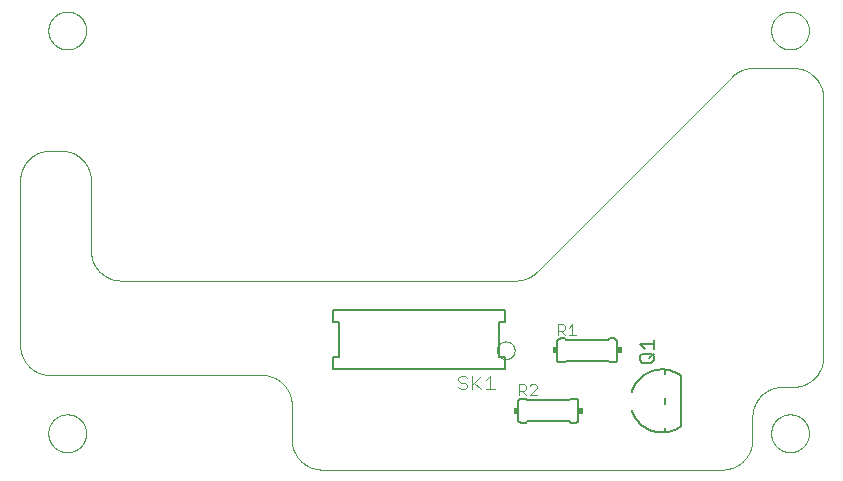
<source format=gto>
G75*
%MOIN*%
%OFA0B0*%
%FSLAX25Y25*%
%IPPOS*%
%LPD*%
%AMOC8*
5,1,8,0,0,1.08239X$1,22.5*
%
%ADD10C,0.00000*%
%ADD11C,0.00600*%
%ADD12C,0.00500*%
%ADD13C,0.00400*%
%ADD14R,0.01500X0.02000*%
D10*
X0010410Y0013087D02*
X0010412Y0013245D01*
X0010418Y0013403D01*
X0010428Y0013561D01*
X0010442Y0013719D01*
X0010460Y0013876D01*
X0010481Y0014033D01*
X0010507Y0014189D01*
X0010537Y0014345D01*
X0010570Y0014500D01*
X0010608Y0014653D01*
X0010649Y0014806D01*
X0010694Y0014958D01*
X0010743Y0015109D01*
X0010796Y0015258D01*
X0010852Y0015406D01*
X0010912Y0015552D01*
X0010976Y0015697D01*
X0011044Y0015840D01*
X0011115Y0015982D01*
X0011189Y0016122D01*
X0011267Y0016259D01*
X0011349Y0016395D01*
X0011433Y0016529D01*
X0011522Y0016660D01*
X0011613Y0016789D01*
X0011708Y0016916D01*
X0011805Y0017041D01*
X0011906Y0017163D01*
X0012010Y0017282D01*
X0012117Y0017399D01*
X0012227Y0017513D01*
X0012340Y0017624D01*
X0012455Y0017733D01*
X0012573Y0017838D01*
X0012694Y0017940D01*
X0012817Y0018040D01*
X0012943Y0018136D01*
X0013071Y0018229D01*
X0013201Y0018319D01*
X0013334Y0018405D01*
X0013469Y0018489D01*
X0013605Y0018568D01*
X0013744Y0018645D01*
X0013885Y0018717D01*
X0014027Y0018787D01*
X0014171Y0018852D01*
X0014317Y0018914D01*
X0014464Y0018972D01*
X0014613Y0019027D01*
X0014763Y0019078D01*
X0014914Y0019125D01*
X0015066Y0019168D01*
X0015219Y0019207D01*
X0015374Y0019243D01*
X0015529Y0019274D01*
X0015685Y0019302D01*
X0015841Y0019326D01*
X0015998Y0019346D01*
X0016156Y0019362D01*
X0016313Y0019374D01*
X0016472Y0019382D01*
X0016630Y0019386D01*
X0016788Y0019386D01*
X0016946Y0019382D01*
X0017105Y0019374D01*
X0017262Y0019362D01*
X0017420Y0019346D01*
X0017577Y0019326D01*
X0017733Y0019302D01*
X0017889Y0019274D01*
X0018044Y0019243D01*
X0018199Y0019207D01*
X0018352Y0019168D01*
X0018504Y0019125D01*
X0018655Y0019078D01*
X0018805Y0019027D01*
X0018954Y0018972D01*
X0019101Y0018914D01*
X0019247Y0018852D01*
X0019391Y0018787D01*
X0019533Y0018717D01*
X0019674Y0018645D01*
X0019813Y0018568D01*
X0019949Y0018489D01*
X0020084Y0018405D01*
X0020217Y0018319D01*
X0020347Y0018229D01*
X0020475Y0018136D01*
X0020601Y0018040D01*
X0020724Y0017940D01*
X0020845Y0017838D01*
X0020963Y0017733D01*
X0021078Y0017624D01*
X0021191Y0017513D01*
X0021301Y0017399D01*
X0021408Y0017282D01*
X0021512Y0017163D01*
X0021613Y0017041D01*
X0021710Y0016916D01*
X0021805Y0016789D01*
X0021896Y0016660D01*
X0021985Y0016529D01*
X0022069Y0016395D01*
X0022151Y0016259D01*
X0022229Y0016122D01*
X0022303Y0015982D01*
X0022374Y0015840D01*
X0022442Y0015697D01*
X0022506Y0015552D01*
X0022566Y0015406D01*
X0022622Y0015258D01*
X0022675Y0015109D01*
X0022724Y0014958D01*
X0022769Y0014806D01*
X0022810Y0014653D01*
X0022848Y0014500D01*
X0022881Y0014345D01*
X0022911Y0014189D01*
X0022937Y0014033D01*
X0022958Y0013876D01*
X0022976Y0013719D01*
X0022990Y0013561D01*
X0023000Y0013403D01*
X0023006Y0013245D01*
X0023008Y0013087D01*
X0023006Y0012929D01*
X0023000Y0012771D01*
X0022990Y0012613D01*
X0022976Y0012455D01*
X0022958Y0012298D01*
X0022937Y0012141D01*
X0022911Y0011985D01*
X0022881Y0011829D01*
X0022848Y0011674D01*
X0022810Y0011521D01*
X0022769Y0011368D01*
X0022724Y0011216D01*
X0022675Y0011065D01*
X0022622Y0010916D01*
X0022566Y0010768D01*
X0022506Y0010622D01*
X0022442Y0010477D01*
X0022374Y0010334D01*
X0022303Y0010192D01*
X0022229Y0010052D01*
X0022151Y0009915D01*
X0022069Y0009779D01*
X0021985Y0009645D01*
X0021896Y0009514D01*
X0021805Y0009385D01*
X0021710Y0009258D01*
X0021613Y0009133D01*
X0021512Y0009011D01*
X0021408Y0008892D01*
X0021301Y0008775D01*
X0021191Y0008661D01*
X0021078Y0008550D01*
X0020963Y0008441D01*
X0020845Y0008336D01*
X0020724Y0008234D01*
X0020601Y0008134D01*
X0020475Y0008038D01*
X0020347Y0007945D01*
X0020217Y0007855D01*
X0020084Y0007769D01*
X0019949Y0007685D01*
X0019813Y0007606D01*
X0019674Y0007529D01*
X0019533Y0007457D01*
X0019391Y0007387D01*
X0019247Y0007322D01*
X0019101Y0007260D01*
X0018954Y0007202D01*
X0018805Y0007147D01*
X0018655Y0007096D01*
X0018504Y0007049D01*
X0018352Y0007006D01*
X0018199Y0006967D01*
X0018044Y0006931D01*
X0017889Y0006900D01*
X0017733Y0006872D01*
X0017577Y0006848D01*
X0017420Y0006828D01*
X0017262Y0006812D01*
X0017105Y0006800D01*
X0016946Y0006792D01*
X0016788Y0006788D01*
X0016630Y0006788D01*
X0016472Y0006792D01*
X0016313Y0006800D01*
X0016156Y0006812D01*
X0015998Y0006828D01*
X0015841Y0006848D01*
X0015685Y0006872D01*
X0015529Y0006900D01*
X0015374Y0006931D01*
X0015219Y0006967D01*
X0015066Y0007006D01*
X0014914Y0007049D01*
X0014763Y0007096D01*
X0014613Y0007147D01*
X0014464Y0007202D01*
X0014317Y0007260D01*
X0014171Y0007322D01*
X0014027Y0007387D01*
X0013885Y0007457D01*
X0013744Y0007529D01*
X0013605Y0007606D01*
X0013469Y0007685D01*
X0013334Y0007769D01*
X0013201Y0007855D01*
X0013071Y0007945D01*
X0012943Y0008038D01*
X0012817Y0008134D01*
X0012694Y0008234D01*
X0012573Y0008336D01*
X0012455Y0008441D01*
X0012340Y0008550D01*
X0012227Y0008661D01*
X0012117Y0008775D01*
X0012010Y0008892D01*
X0011906Y0009011D01*
X0011805Y0009133D01*
X0011708Y0009258D01*
X0011613Y0009385D01*
X0011522Y0009514D01*
X0011433Y0009645D01*
X0011349Y0009779D01*
X0011267Y0009915D01*
X0011189Y0010052D01*
X0011115Y0010192D01*
X0011044Y0010334D01*
X0010976Y0010477D01*
X0010912Y0010622D01*
X0010852Y0010768D01*
X0010796Y0010916D01*
X0010743Y0011065D01*
X0010694Y0011216D01*
X0010649Y0011368D01*
X0010608Y0011521D01*
X0010570Y0011674D01*
X0010537Y0011829D01*
X0010507Y0011985D01*
X0010481Y0012141D01*
X0010460Y0012298D01*
X0010442Y0012455D01*
X0010428Y0012613D01*
X0010418Y0012771D01*
X0010412Y0012929D01*
X0010410Y0013087D01*
X0011000Y0032496D02*
X0081551Y0032496D01*
X0081793Y0032493D01*
X0082034Y0032484D01*
X0082275Y0032470D01*
X0082516Y0032449D01*
X0082756Y0032423D01*
X0082996Y0032391D01*
X0083235Y0032353D01*
X0083472Y0032310D01*
X0083709Y0032260D01*
X0083944Y0032205D01*
X0084178Y0032145D01*
X0084410Y0032078D01*
X0084641Y0032007D01*
X0084870Y0031929D01*
X0085097Y0031846D01*
X0085322Y0031758D01*
X0085545Y0031664D01*
X0085765Y0031565D01*
X0085983Y0031460D01*
X0086198Y0031351D01*
X0086411Y0031236D01*
X0086621Y0031116D01*
X0086827Y0030991D01*
X0087031Y0030861D01*
X0087232Y0030726D01*
X0087429Y0030586D01*
X0087623Y0030442D01*
X0087813Y0030293D01*
X0087999Y0030139D01*
X0088182Y0029981D01*
X0088361Y0029819D01*
X0088536Y0029652D01*
X0088707Y0029481D01*
X0088874Y0029306D01*
X0089036Y0029127D01*
X0089194Y0028944D01*
X0089348Y0028758D01*
X0089497Y0028568D01*
X0089641Y0028374D01*
X0089781Y0028177D01*
X0089916Y0027976D01*
X0090046Y0027772D01*
X0090171Y0027566D01*
X0090291Y0027356D01*
X0090406Y0027143D01*
X0090515Y0026928D01*
X0090620Y0026710D01*
X0090719Y0026490D01*
X0090813Y0026267D01*
X0090901Y0026042D01*
X0090984Y0025815D01*
X0091062Y0025586D01*
X0091133Y0025355D01*
X0091200Y0025123D01*
X0091260Y0024889D01*
X0091315Y0024654D01*
X0091365Y0024417D01*
X0091408Y0024180D01*
X0091446Y0023941D01*
X0091478Y0023701D01*
X0091504Y0023461D01*
X0091525Y0023220D01*
X0091539Y0022979D01*
X0091548Y0022738D01*
X0091551Y0022496D01*
X0091551Y0011000D01*
X0091554Y0010758D01*
X0091563Y0010517D01*
X0091577Y0010276D01*
X0091598Y0010035D01*
X0091624Y0009795D01*
X0091656Y0009555D01*
X0091694Y0009316D01*
X0091737Y0009079D01*
X0091787Y0008842D01*
X0091842Y0008607D01*
X0091902Y0008373D01*
X0091969Y0008141D01*
X0092040Y0007910D01*
X0092118Y0007681D01*
X0092201Y0007454D01*
X0092289Y0007229D01*
X0092383Y0007006D01*
X0092482Y0006786D01*
X0092587Y0006568D01*
X0092696Y0006353D01*
X0092811Y0006140D01*
X0092931Y0005930D01*
X0093056Y0005724D01*
X0093186Y0005520D01*
X0093321Y0005319D01*
X0093461Y0005122D01*
X0093605Y0004928D01*
X0093754Y0004738D01*
X0093908Y0004552D01*
X0094066Y0004369D01*
X0094228Y0004190D01*
X0094395Y0004015D01*
X0094566Y0003844D01*
X0094741Y0003677D01*
X0094920Y0003515D01*
X0095103Y0003357D01*
X0095289Y0003203D01*
X0095479Y0003054D01*
X0095673Y0002910D01*
X0095870Y0002770D01*
X0096071Y0002635D01*
X0096275Y0002505D01*
X0096481Y0002380D01*
X0096691Y0002260D01*
X0096904Y0002145D01*
X0097119Y0002036D01*
X0097337Y0001931D01*
X0097557Y0001832D01*
X0097780Y0001738D01*
X0098005Y0001650D01*
X0098232Y0001567D01*
X0098461Y0001489D01*
X0098692Y0001418D01*
X0098924Y0001351D01*
X0099158Y0001291D01*
X0099393Y0001236D01*
X0099630Y0001186D01*
X0099867Y0001143D01*
X0100106Y0001105D01*
X0100346Y0001073D01*
X0100586Y0001047D01*
X0100827Y0001026D01*
X0101068Y0001012D01*
X0101309Y0001003D01*
X0101551Y0001000D01*
X0235094Y0001000D01*
X0235336Y0001003D01*
X0235577Y0001012D01*
X0235818Y0001026D01*
X0236059Y0001047D01*
X0236299Y0001073D01*
X0236539Y0001105D01*
X0236778Y0001143D01*
X0237015Y0001186D01*
X0237252Y0001236D01*
X0237487Y0001291D01*
X0237721Y0001351D01*
X0237953Y0001418D01*
X0238184Y0001489D01*
X0238413Y0001567D01*
X0238640Y0001650D01*
X0238865Y0001738D01*
X0239088Y0001832D01*
X0239308Y0001931D01*
X0239526Y0002036D01*
X0239741Y0002145D01*
X0239954Y0002260D01*
X0240164Y0002380D01*
X0240370Y0002505D01*
X0240574Y0002635D01*
X0240775Y0002770D01*
X0240972Y0002910D01*
X0241166Y0003054D01*
X0241356Y0003203D01*
X0241542Y0003357D01*
X0241725Y0003515D01*
X0241904Y0003677D01*
X0242079Y0003844D01*
X0242250Y0004015D01*
X0242417Y0004190D01*
X0242579Y0004369D01*
X0242737Y0004552D01*
X0242891Y0004738D01*
X0243040Y0004928D01*
X0243184Y0005122D01*
X0243324Y0005319D01*
X0243459Y0005520D01*
X0243589Y0005724D01*
X0243714Y0005930D01*
X0243834Y0006140D01*
X0243949Y0006353D01*
X0244058Y0006568D01*
X0244163Y0006786D01*
X0244262Y0007006D01*
X0244356Y0007229D01*
X0244444Y0007454D01*
X0244527Y0007681D01*
X0244605Y0007910D01*
X0244676Y0008141D01*
X0244743Y0008373D01*
X0244803Y0008607D01*
X0244858Y0008842D01*
X0244908Y0009079D01*
X0244951Y0009316D01*
X0244989Y0009555D01*
X0245021Y0009795D01*
X0245047Y0010035D01*
X0245068Y0010276D01*
X0245082Y0010517D01*
X0245091Y0010758D01*
X0245094Y0011000D01*
X0245094Y0018559D01*
X0245097Y0018801D01*
X0245106Y0019042D01*
X0245120Y0019283D01*
X0245141Y0019524D01*
X0245167Y0019764D01*
X0245199Y0020004D01*
X0245237Y0020243D01*
X0245280Y0020480D01*
X0245330Y0020717D01*
X0245385Y0020952D01*
X0245445Y0021186D01*
X0245512Y0021418D01*
X0245583Y0021649D01*
X0245661Y0021878D01*
X0245744Y0022105D01*
X0245832Y0022330D01*
X0245926Y0022553D01*
X0246025Y0022773D01*
X0246130Y0022991D01*
X0246239Y0023206D01*
X0246354Y0023419D01*
X0246474Y0023629D01*
X0246599Y0023835D01*
X0246729Y0024039D01*
X0246864Y0024240D01*
X0247004Y0024437D01*
X0247148Y0024631D01*
X0247297Y0024821D01*
X0247451Y0025007D01*
X0247609Y0025190D01*
X0247771Y0025369D01*
X0247938Y0025544D01*
X0248109Y0025715D01*
X0248284Y0025882D01*
X0248463Y0026044D01*
X0248646Y0026202D01*
X0248832Y0026356D01*
X0249022Y0026505D01*
X0249216Y0026649D01*
X0249413Y0026789D01*
X0249614Y0026924D01*
X0249818Y0027054D01*
X0250024Y0027179D01*
X0250234Y0027299D01*
X0250447Y0027414D01*
X0250662Y0027523D01*
X0250880Y0027628D01*
X0251100Y0027727D01*
X0251323Y0027821D01*
X0251548Y0027909D01*
X0251775Y0027992D01*
X0252004Y0028070D01*
X0252235Y0028141D01*
X0252467Y0028208D01*
X0252701Y0028268D01*
X0252936Y0028323D01*
X0253173Y0028373D01*
X0253410Y0028416D01*
X0253649Y0028454D01*
X0253889Y0028486D01*
X0254129Y0028512D01*
X0254370Y0028533D01*
X0254611Y0028547D01*
X0254852Y0028556D01*
X0255094Y0028559D01*
X0258717Y0028559D01*
X0258959Y0028562D01*
X0259200Y0028571D01*
X0259441Y0028585D01*
X0259682Y0028606D01*
X0259922Y0028632D01*
X0260162Y0028664D01*
X0260401Y0028702D01*
X0260638Y0028745D01*
X0260875Y0028795D01*
X0261110Y0028850D01*
X0261344Y0028910D01*
X0261576Y0028977D01*
X0261807Y0029048D01*
X0262036Y0029126D01*
X0262263Y0029209D01*
X0262488Y0029297D01*
X0262711Y0029391D01*
X0262931Y0029490D01*
X0263149Y0029595D01*
X0263364Y0029704D01*
X0263577Y0029819D01*
X0263787Y0029939D01*
X0263993Y0030064D01*
X0264197Y0030194D01*
X0264398Y0030329D01*
X0264595Y0030469D01*
X0264789Y0030613D01*
X0264979Y0030762D01*
X0265165Y0030916D01*
X0265348Y0031074D01*
X0265527Y0031236D01*
X0265702Y0031403D01*
X0265873Y0031574D01*
X0266040Y0031749D01*
X0266202Y0031928D01*
X0266360Y0032111D01*
X0266514Y0032297D01*
X0266663Y0032487D01*
X0266807Y0032681D01*
X0266947Y0032878D01*
X0267082Y0033079D01*
X0267212Y0033283D01*
X0267337Y0033489D01*
X0267457Y0033699D01*
X0267572Y0033912D01*
X0267681Y0034127D01*
X0267786Y0034345D01*
X0267885Y0034565D01*
X0267979Y0034788D01*
X0268067Y0035013D01*
X0268150Y0035240D01*
X0268228Y0035469D01*
X0268299Y0035700D01*
X0268366Y0035932D01*
X0268426Y0036166D01*
X0268481Y0036401D01*
X0268531Y0036638D01*
X0268574Y0036875D01*
X0268612Y0037114D01*
X0268644Y0037354D01*
X0268670Y0037594D01*
X0268691Y0037835D01*
X0268705Y0038076D01*
X0268714Y0038317D01*
X0268717Y0038559D01*
X0268717Y0124858D01*
X0268714Y0125100D01*
X0268705Y0125341D01*
X0268691Y0125582D01*
X0268670Y0125823D01*
X0268644Y0126063D01*
X0268612Y0126303D01*
X0268574Y0126542D01*
X0268531Y0126779D01*
X0268481Y0127016D01*
X0268426Y0127251D01*
X0268366Y0127485D01*
X0268299Y0127717D01*
X0268228Y0127948D01*
X0268150Y0128177D01*
X0268067Y0128404D01*
X0267979Y0128629D01*
X0267885Y0128852D01*
X0267786Y0129072D01*
X0267681Y0129290D01*
X0267572Y0129505D01*
X0267457Y0129718D01*
X0267337Y0129928D01*
X0267212Y0130134D01*
X0267082Y0130338D01*
X0266947Y0130539D01*
X0266807Y0130736D01*
X0266663Y0130930D01*
X0266514Y0131120D01*
X0266360Y0131306D01*
X0266202Y0131489D01*
X0266040Y0131668D01*
X0265873Y0131843D01*
X0265702Y0132014D01*
X0265527Y0132181D01*
X0265348Y0132343D01*
X0265165Y0132501D01*
X0264979Y0132655D01*
X0264789Y0132804D01*
X0264595Y0132948D01*
X0264398Y0133088D01*
X0264197Y0133223D01*
X0263993Y0133353D01*
X0263787Y0133478D01*
X0263577Y0133598D01*
X0263364Y0133713D01*
X0263149Y0133822D01*
X0262931Y0133927D01*
X0262711Y0134026D01*
X0262488Y0134120D01*
X0262263Y0134208D01*
X0262036Y0134291D01*
X0261807Y0134369D01*
X0261576Y0134440D01*
X0261344Y0134507D01*
X0261110Y0134567D01*
X0260875Y0134622D01*
X0260638Y0134672D01*
X0260401Y0134715D01*
X0260162Y0134753D01*
X0259922Y0134785D01*
X0259682Y0134811D01*
X0259441Y0134832D01*
X0259200Y0134846D01*
X0258959Y0134855D01*
X0258717Y0134858D01*
X0245300Y0134858D01*
X0238229Y0131929D02*
X0173220Y0066921D01*
X0166149Y0063992D02*
X0034622Y0063992D01*
X0034380Y0063995D01*
X0034139Y0064004D01*
X0033898Y0064018D01*
X0033657Y0064039D01*
X0033417Y0064065D01*
X0033177Y0064097D01*
X0032938Y0064135D01*
X0032701Y0064178D01*
X0032464Y0064228D01*
X0032229Y0064283D01*
X0031995Y0064343D01*
X0031763Y0064410D01*
X0031532Y0064481D01*
X0031303Y0064559D01*
X0031076Y0064642D01*
X0030851Y0064730D01*
X0030628Y0064824D01*
X0030408Y0064923D01*
X0030190Y0065028D01*
X0029975Y0065137D01*
X0029762Y0065252D01*
X0029552Y0065372D01*
X0029346Y0065497D01*
X0029142Y0065627D01*
X0028941Y0065762D01*
X0028744Y0065902D01*
X0028550Y0066046D01*
X0028360Y0066195D01*
X0028174Y0066349D01*
X0027991Y0066507D01*
X0027812Y0066669D01*
X0027637Y0066836D01*
X0027466Y0067007D01*
X0027299Y0067182D01*
X0027137Y0067361D01*
X0026979Y0067544D01*
X0026825Y0067730D01*
X0026676Y0067920D01*
X0026532Y0068114D01*
X0026392Y0068311D01*
X0026257Y0068512D01*
X0026127Y0068716D01*
X0026002Y0068922D01*
X0025882Y0069132D01*
X0025767Y0069345D01*
X0025658Y0069560D01*
X0025553Y0069778D01*
X0025454Y0069998D01*
X0025360Y0070221D01*
X0025272Y0070446D01*
X0025189Y0070673D01*
X0025111Y0070902D01*
X0025040Y0071133D01*
X0024973Y0071365D01*
X0024913Y0071599D01*
X0024858Y0071834D01*
X0024808Y0072071D01*
X0024765Y0072308D01*
X0024727Y0072547D01*
X0024695Y0072787D01*
X0024669Y0073027D01*
X0024648Y0073268D01*
X0024634Y0073509D01*
X0024625Y0073750D01*
X0024622Y0073992D01*
X0024622Y0097299D01*
X0024619Y0097541D01*
X0024610Y0097782D01*
X0024596Y0098023D01*
X0024575Y0098264D01*
X0024549Y0098504D01*
X0024517Y0098744D01*
X0024479Y0098983D01*
X0024436Y0099220D01*
X0024386Y0099457D01*
X0024331Y0099692D01*
X0024271Y0099926D01*
X0024204Y0100158D01*
X0024133Y0100389D01*
X0024055Y0100618D01*
X0023972Y0100845D01*
X0023884Y0101070D01*
X0023790Y0101293D01*
X0023691Y0101513D01*
X0023586Y0101731D01*
X0023477Y0101946D01*
X0023362Y0102159D01*
X0023242Y0102369D01*
X0023117Y0102575D01*
X0022987Y0102779D01*
X0022852Y0102980D01*
X0022712Y0103177D01*
X0022568Y0103371D01*
X0022419Y0103561D01*
X0022265Y0103747D01*
X0022107Y0103930D01*
X0021945Y0104109D01*
X0021778Y0104284D01*
X0021607Y0104455D01*
X0021432Y0104622D01*
X0021253Y0104784D01*
X0021070Y0104942D01*
X0020884Y0105096D01*
X0020694Y0105245D01*
X0020500Y0105389D01*
X0020303Y0105529D01*
X0020102Y0105664D01*
X0019898Y0105794D01*
X0019692Y0105919D01*
X0019482Y0106039D01*
X0019269Y0106154D01*
X0019054Y0106263D01*
X0018836Y0106368D01*
X0018616Y0106467D01*
X0018393Y0106561D01*
X0018168Y0106649D01*
X0017941Y0106732D01*
X0017712Y0106810D01*
X0017481Y0106881D01*
X0017249Y0106948D01*
X0017015Y0107008D01*
X0016780Y0107063D01*
X0016543Y0107113D01*
X0016306Y0107156D01*
X0016067Y0107194D01*
X0015827Y0107226D01*
X0015587Y0107252D01*
X0015346Y0107273D01*
X0015105Y0107287D01*
X0014864Y0107296D01*
X0014622Y0107299D01*
X0011000Y0107299D01*
X0010758Y0107296D01*
X0010517Y0107287D01*
X0010276Y0107273D01*
X0010035Y0107252D01*
X0009795Y0107226D01*
X0009555Y0107194D01*
X0009316Y0107156D01*
X0009079Y0107113D01*
X0008842Y0107063D01*
X0008607Y0107008D01*
X0008373Y0106948D01*
X0008141Y0106881D01*
X0007910Y0106810D01*
X0007681Y0106732D01*
X0007454Y0106649D01*
X0007229Y0106561D01*
X0007006Y0106467D01*
X0006786Y0106368D01*
X0006568Y0106263D01*
X0006353Y0106154D01*
X0006140Y0106039D01*
X0005930Y0105919D01*
X0005724Y0105794D01*
X0005520Y0105664D01*
X0005319Y0105529D01*
X0005122Y0105389D01*
X0004928Y0105245D01*
X0004738Y0105096D01*
X0004552Y0104942D01*
X0004369Y0104784D01*
X0004190Y0104622D01*
X0004015Y0104455D01*
X0003844Y0104284D01*
X0003677Y0104109D01*
X0003515Y0103930D01*
X0003357Y0103747D01*
X0003203Y0103561D01*
X0003054Y0103371D01*
X0002910Y0103177D01*
X0002770Y0102980D01*
X0002635Y0102779D01*
X0002505Y0102575D01*
X0002380Y0102369D01*
X0002260Y0102159D01*
X0002145Y0101946D01*
X0002036Y0101731D01*
X0001931Y0101513D01*
X0001832Y0101293D01*
X0001738Y0101070D01*
X0001650Y0100845D01*
X0001567Y0100618D01*
X0001489Y0100389D01*
X0001418Y0100158D01*
X0001351Y0099926D01*
X0001291Y0099692D01*
X0001236Y0099457D01*
X0001186Y0099220D01*
X0001143Y0098983D01*
X0001105Y0098744D01*
X0001073Y0098504D01*
X0001047Y0098264D01*
X0001026Y0098023D01*
X0001012Y0097782D01*
X0001003Y0097541D01*
X0001000Y0097299D01*
X0001000Y0042496D01*
X0001003Y0042254D01*
X0001012Y0042013D01*
X0001026Y0041772D01*
X0001047Y0041531D01*
X0001073Y0041291D01*
X0001105Y0041051D01*
X0001143Y0040812D01*
X0001186Y0040575D01*
X0001236Y0040338D01*
X0001291Y0040103D01*
X0001351Y0039869D01*
X0001418Y0039637D01*
X0001489Y0039406D01*
X0001567Y0039177D01*
X0001650Y0038950D01*
X0001738Y0038725D01*
X0001832Y0038502D01*
X0001931Y0038282D01*
X0002036Y0038064D01*
X0002145Y0037849D01*
X0002260Y0037636D01*
X0002380Y0037426D01*
X0002505Y0037220D01*
X0002635Y0037016D01*
X0002770Y0036815D01*
X0002910Y0036618D01*
X0003054Y0036424D01*
X0003203Y0036234D01*
X0003357Y0036048D01*
X0003515Y0035865D01*
X0003677Y0035686D01*
X0003844Y0035511D01*
X0004015Y0035340D01*
X0004190Y0035173D01*
X0004369Y0035011D01*
X0004552Y0034853D01*
X0004738Y0034699D01*
X0004928Y0034550D01*
X0005122Y0034406D01*
X0005319Y0034266D01*
X0005520Y0034131D01*
X0005724Y0034001D01*
X0005930Y0033876D01*
X0006140Y0033756D01*
X0006353Y0033641D01*
X0006568Y0033532D01*
X0006786Y0033427D01*
X0007006Y0033328D01*
X0007229Y0033234D01*
X0007454Y0033146D01*
X0007681Y0033063D01*
X0007910Y0032985D01*
X0008141Y0032914D01*
X0008373Y0032847D01*
X0008607Y0032787D01*
X0008842Y0032732D01*
X0009079Y0032682D01*
X0009316Y0032639D01*
X0009555Y0032601D01*
X0009795Y0032569D01*
X0010035Y0032543D01*
X0010276Y0032522D01*
X0010517Y0032508D01*
X0010758Y0032499D01*
X0011000Y0032496D01*
X0159937Y0040744D02*
X0159939Y0040852D01*
X0159945Y0040961D01*
X0159955Y0041069D01*
X0159969Y0041176D01*
X0159987Y0041283D01*
X0160008Y0041390D01*
X0160034Y0041495D01*
X0160064Y0041600D01*
X0160097Y0041703D01*
X0160134Y0041805D01*
X0160175Y0041905D01*
X0160219Y0042004D01*
X0160268Y0042102D01*
X0160319Y0042197D01*
X0160374Y0042290D01*
X0160433Y0042382D01*
X0160495Y0042471D01*
X0160560Y0042558D01*
X0160628Y0042642D01*
X0160699Y0042724D01*
X0160773Y0042803D01*
X0160850Y0042879D01*
X0160930Y0042953D01*
X0161013Y0043023D01*
X0161098Y0043091D01*
X0161185Y0043155D01*
X0161275Y0043216D01*
X0161367Y0043274D01*
X0161461Y0043328D01*
X0161557Y0043379D01*
X0161654Y0043426D01*
X0161754Y0043470D01*
X0161855Y0043510D01*
X0161957Y0043546D01*
X0162060Y0043578D01*
X0162165Y0043607D01*
X0162271Y0043631D01*
X0162377Y0043652D01*
X0162484Y0043669D01*
X0162592Y0043682D01*
X0162700Y0043691D01*
X0162809Y0043696D01*
X0162917Y0043697D01*
X0163026Y0043694D01*
X0163134Y0043687D01*
X0163242Y0043676D01*
X0163349Y0043661D01*
X0163456Y0043642D01*
X0163562Y0043619D01*
X0163667Y0043593D01*
X0163772Y0043562D01*
X0163874Y0043528D01*
X0163976Y0043490D01*
X0164076Y0043448D01*
X0164175Y0043403D01*
X0164272Y0043354D01*
X0164366Y0043301D01*
X0164459Y0043245D01*
X0164550Y0043186D01*
X0164639Y0043123D01*
X0164725Y0043058D01*
X0164809Y0042989D01*
X0164890Y0042917D01*
X0164968Y0042842D01*
X0165044Y0042764D01*
X0165117Y0042683D01*
X0165187Y0042600D01*
X0165253Y0042515D01*
X0165317Y0042427D01*
X0165377Y0042336D01*
X0165434Y0042244D01*
X0165487Y0042149D01*
X0165537Y0042053D01*
X0165583Y0041955D01*
X0165626Y0041855D01*
X0165665Y0041754D01*
X0165700Y0041651D01*
X0165732Y0041548D01*
X0165759Y0041443D01*
X0165783Y0041337D01*
X0165803Y0041230D01*
X0165819Y0041123D01*
X0165831Y0041015D01*
X0165839Y0040907D01*
X0165843Y0040798D01*
X0165843Y0040690D01*
X0165839Y0040581D01*
X0165831Y0040473D01*
X0165819Y0040365D01*
X0165803Y0040258D01*
X0165783Y0040151D01*
X0165759Y0040045D01*
X0165732Y0039940D01*
X0165700Y0039837D01*
X0165665Y0039734D01*
X0165626Y0039633D01*
X0165583Y0039533D01*
X0165537Y0039435D01*
X0165487Y0039339D01*
X0165434Y0039244D01*
X0165377Y0039152D01*
X0165317Y0039061D01*
X0165253Y0038973D01*
X0165187Y0038888D01*
X0165117Y0038805D01*
X0165044Y0038724D01*
X0164968Y0038646D01*
X0164890Y0038571D01*
X0164809Y0038499D01*
X0164725Y0038430D01*
X0164639Y0038365D01*
X0164550Y0038302D01*
X0164459Y0038243D01*
X0164367Y0038187D01*
X0164272Y0038134D01*
X0164175Y0038085D01*
X0164076Y0038040D01*
X0163976Y0037998D01*
X0163874Y0037960D01*
X0163772Y0037926D01*
X0163667Y0037895D01*
X0163562Y0037869D01*
X0163456Y0037846D01*
X0163349Y0037827D01*
X0163242Y0037812D01*
X0163134Y0037801D01*
X0163026Y0037794D01*
X0162917Y0037791D01*
X0162809Y0037792D01*
X0162700Y0037797D01*
X0162592Y0037806D01*
X0162484Y0037819D01*
X0162377Y0037836D01*
X0162271Y0037857D01*
X0162165Y0037881D01*
X0162060Y0037910D01*
X0161957Y0037942D01*
X0161855Y0037978D01*
X0161754Y0038018D01*
X0161654Y0038062D01*
X0161557Y0038109D01*
X0161461Y0038160D01*
X0161367Y0038214D01*
X0161275Y0038272D01*
X0161185Y0038333D01*
X0161098Y0038397D01*
X0161013Y0038465D01*
X0160930Y0038535D01*
X0160850Y0038609D01*
X0160773Y0038685D01*
X0160699Y0038764D01*
X0160628Y0038846D01*
X0160560Y0038930D01*
X0160495Y0039017D01*
X0160433Y0039106D01*
X0160374Y0039198D01*
X0160319Y0039291D01*
X0160268Y0039386D01*
X0160219Y0039484D01*
X0160175Y0039583D01*
X0160134Y0039683D01*
X0160097Y0039785D01*
X0160064Y0039888D01*
X0160034Y0039993D01*
X0160008Y0040098D01*
X0159987Y0040205D01*
X0159969Y0040312D01*
X0159955Y0040419D01*
X0159945Y0040527D01*
X0159939Y0040636D01*
X0159937Y0040744D01*
X0166149Y0063992D02*
X0166387Y0063995D01*
X0166625Y0064003D01*
X0166862Y0064017D01*
X0167100Y0064037D01*
X0167336Y0064063D01*
X0167572Y0064094D01*
X0167807Y0064130D01*
X0168042Y0064173D01*
X0168275Y0064221D01*
X0168507Y0064274D01*
X0168737Y0064333D01*
X0168966Y0064397D01*
X0169194Y0064467D01*
X0169420Y0064542D01*
X0169644Y0064623D01*
X0169866Y0064708D01*
X0170086Y0064799D01*
X0170303Y0064896D01*
X0170518Y0064997D01*
X0170731Y0065104D01*
X0170941Y0065215D01*
X0171149Y0065332D01*
X0171354Y0065453D01*
X0171555Y0065579D01*
X0171754Y0065711D01*
X0171950Y0065846D01*
X0172142Y0065987D01*
X0172331Y0066131D01*
X0172516Y0066281D01*
X0172698Y0066435D01*
X0172876Y0066592D01*
X0173050Y0066755D01*
X0173220Y0066921D01*
X0251355Y0013087D02*
X0251357Y0013245D01*
X0251363Y0013403D01*
X0251373Y0013561D01*
X0251387Y0013719D01*
X0251405Y0013876D01*
X0251426Y0014033D01*
X0251452Y0014189D01*
X0251482Y0014345D01*
X0251515Y0014500D01*
X0251553Y0014653D01*
X0251594Y0014806D01*
X0251639Y0014958D01*
X0251688Y0015109D01*
X0251741Y0015258D01*
X0251797Y0015406D01*
X0251857Y0015552D01*
X0251921Y0015697D01*
X0251989Y0015840D01*
X0252060Y0015982D01*
X0252134Y0016122D01*
X0252212Y0016259D01*
X0252294Y0016395D01*
X0252378Y0016529D01*
X0252467Y0016660D01*
X0252558Y0016789D01*
X0252653Y0016916D01*
X0252750Y0017041D01*
X0252851Y0017163D01*
X0252955Y0017282D01*
X0253062Y0017399D01*
X0253172Y0017513D01*
X0253285Y0017624D01*
X0253400Y0017733D01*
X0253518Y0017838D01*
X0253639Y0017940D01*
X0253762Y0018040D01*
X0253888Y0018136D01*
X0254016Y0018229D01*
X0254146Y0018319D01*
X0254279Y0018405D01*
X0254414Y0018489D01*
X0254550Y0018568D01*
X0254689Y0018645D01*
X0254830Y0018717D01*
X0254972Y0018787D01*
X0255116Y0018852D01*
X0255262Y0018914D01*
X0255409Y0018972D01*
X0255558Y0019027D01*
X0255708Y0019078D01*
X0255859Y0019125D01*
X0256011Y0019168D01*
X0256164Y0019207D01*
X0256319Y0019243D01*
X0256474Y0019274D01*
X0256630Y0019302D01*
X0256786Y0019326D01*
X0256943Y0019346D01*
X0257101Y0019362D01*
X0257258Y0019374D01*
X0257417Y0019382D01*
X0257575Y0019386D01*
X0257733Y0019386D01*
X0257891Y0019382D01*
X0258050Y0019374D01*
X0258207Y0019362D01*
X0258365Y0019346D01*
X0258522Y0019326D01*
X0258678Y0019302D01*
X0258834Y0019274D01*
X0258989Y0019243D01*
X0259144Y0019207D01*
X0259297Y0019168D01*
X0259449Y0019125D01*
X0259600Y0019078D01*
X0259750Y0019027D01*
X0259899Y0018972D01*
X0260046Y0018914D01*
X0260192Y0018852D01*
X0260336Y0018787D01*
X0260478Y0018717D01*
X0260619Y0018645D01*
X0260758Y0018568D01*
X0260894Y0018489D01*
X0261029Y0018405D01*
X0261162Y0018319D01*
X0261292Y0018229D01*
X0261420Y0018136D01*
X0261546Y0018040D01*
X0261669Y0017940D01*
X0261790Y0017838D01*
X0261908Y0017733D01*
X0262023Y0017624D01*
X0262136Y0017513D01*
X0262246Y0017399D01*
X0262353Y0017282D01*
X0262457Y0017163D01*
X0262558Y0017041D01*
X0262655Y0016916D01*
X0262750Y0016789D01*
X0262841Y0016660D01*
X0262930Y0016529D01*
X0263014Y0016395D01*
X0263096Y0016259D01*
X0263174Y0016122D01*
X0263248Y0015982D01*
X0263319Y0015840D01*
X0263387Y0015697D01*
X0263451Y0015552D01*
X0263511Y0015406D01*
X0263567Y0015258D01*
X0263620Y0015109D01*
X0263669Y0014958D01*
X0263714Y0014806D01*
X0263755Y0014653D01*
X0263793Y0014500D01*
X0263826Y0014345D01*
X0263856Y0014189D01*
X0263882Y0014033D01*
X0263903Y0013876D01*
X0263921Y0013719D01*
X0263935Y0013561D01*
X0263945Y0013403D01*
X0263951Y0013245D01*
X0263953Y0013087D01*
X0263951Y0012929D01*
X0263945Y0012771D01*
X0263935Y0012613D01*
X0263921Y0012455D01*
X0263903Y0012298D01*
X0263882Y0012141D01*
X0263856Y0011985D01*
X0263826Y0011829D01*
X0263793Y0011674D01*
X0263755Y0011521D01*
X0263714Y0011368D01*
X0263669Y0011216D01*
X0263620Y0011065D01*
X0263567Y0010916D01*
X0263511Y0010768D01*
X0263451Y0010622D01*
X0263387Y0010477D01*
X0263319Y0010334D01*
X0263248Y0010192D01*
X0263174Y0010052D01*
X0263096Y0009915D01*
X0263014Y0009779D01*
X0262930Y0009645D01*
X0262841Y0009514D01*
X0262750Y0009385D01*
X0262655Y0009258D01*
X0262558Y0009133D01*
X0262457Y0009011D01*
X0262353Y0008892D01*
X0262246Y0008775D01*
X0262136Y0008661D01*
X0262023Y0008550D01*
X0261908Y0008441D01*
X0261790Y0008336D01*
X0261669Y0008234D01*
X0261546Y0008134D01*
X0261420Y0008038D01*
X0261292Y0007945D01*
X0261162Y0007855D01*
X0261029Y0007769D01*
X0260894Y0007685D01*
X0260758Y0007606D01*
X0260619Y0007529D01*
X0260478Y0007457D01*
X0260336Y0007387D01*
X0260192Y0007322D01*
X0260046Y0007260D01*
X0259899Y0007202D01*
X0259750Y0007147D01*
X0259600Y0007096D01*
X0259449Y0007049D01*
X0259297Y0007006D01*
X0259144Y0006967D01*
X0258989Y0006931D01*
X0258834Y0006900D01*
X0258678Y0006872D01*
X0258522Y0006848D01*
X0258365Y0006828D01*
X0258207Y0006812D01*
X0258050Y0006800D01*
X0257891Y0006792D01*
X0257733Y0006788D01*
X0257575Y0006788D01*
X0257417Y0006792D01*
X0257258Y0006800D01*
X0257101Y0006812D01*
X0256943Y0006828D01*
X0256786Y0006848D01*
X0256630Y0006872D01*
X0256474Y0006900D01*
X0256319Y0006931D01*
X0256164Y0006967D01*
X0256011Y0007006D01*
X0255859Y0007049D01*
X0255708Y0007096D01*
X0255558Y0007147D01*
X0255409Y0007202D01*
X0255262Y0007260D01*
X0255116Y0007322D01*
X0254972Y0007387D01*
X0254830Y0007457D01*
X0254689Y0007529D01*
X0254550Y0007606D01*
X0254414Y0007685D01*
X0254279Y0007769D01*
X0254146Y0007855D01*
X0254016Y0007945D01*
X0253888Y0008038D01*
X0253762Y0008134D01*
X0253639Y0008234D01*
X0253518Y0008336D01*
X0253400Y0008441D01*
X0253285Y0008550D01*
X0253172Y0008661D01*
X0253062Y0008775D01*
X0252955Y0008892D01*
X0252851Y0009011D01*
X0252750Y0009133D01*
X0252653Y0009258D01*
X0252558Y0009385D01*
X0252467Y0009514D01*
X0252378Y0009645D01*
X0252294Y0009779D01*
X0252212Y0009915D01*
X0252134Y0010052D01*
X0252060Y0010192D01*
X0251989Y0010334D01*
X0251921Y0010477D01*
X0251857Y0010622D01*
X0251797Y0010768D01*
X0251741Y0010916D01*
X0251688Y0011065D01*
X0251639Y0011216D01*
X0251594Y0011368D01*
X0251553Y0011521D01*
X0251515Y0011674D01*
X0251482Y0011829D01*
X0251452Y0011985D01*
X0251426Y0012141D01*
X0251405Y0012298D01*
X0251387Y0012455D01*
X0251373Y0012613D01*
X0251363Y0012771D01*
X0251357Y0012929D01*
X0251355Y0013087D01*
X0238229Y0131929D02*
X0238399Y0132095D01*
X0238573Y0132258D01*
X0238751Y0132415D01*
X0238933Y0132569D01*
X0239118Y0132719D01*
X0239307Y0132863D01*
X0239499Y0133004D01*
X0239695Y0133139D01*
X0239894Y0133271D01*
X0240095Y0133397D01*
X0240300Y0133518D01*
X0240508Y0133635D01*
X0240718Y0133746D01*
X0240931Y0133853D01*
X0241146Y0133954D01*
X0241363Y0134051D01*
X0241583Y0134142D01*
X0241805Y0134227D01*
X0242029Y0134308D01*
X0242255Y0134383D01*
X0242483Y0134453D01*
X0242712Y0134517D01*
X0242942Y0134576D01*
X0243174Y0134629D01*
X0243407Y0134677D01*
X0243642Y0134720D01*
X0243877Y0134756D01*
X0244113Y0134787D01*
X0244349Y0134813D01*
X0244587Y0134833D01*
X0244824Y0134847D01*
X0245062Y0134855D01*
X0245300Y0134858D01*
X0251355Y0147339D02*
X0251357Y0147497D01*
X0251363Y0147655D01*
X0251373Y0147813D01*
X0251387Y0147971D01*
X0251405Y0148128D01*
X0251426Y0148285D01*
X0251452Y0148441D01*
X0251482Y0148597D01*
X0251515Y0148752D01*
X0251553Y0148905D01*
X0251594Y0149058D01*
X0251639Y0149210D01*
X0251688Y0149361D01*
X0251741Y0149510D01*
X0251797Y0149658D01*
X0251857Y0149804D01*
X0251921Y0149949D01*
X0251989Y0150092D01*
X0252060Y0150234D01*
X0252134Y0150374D01*
X0252212Y0150511D01*
X0252294Y0150647D01*
X0252378Y0150781D01*
X0252467Y0150912D01*
X0252558Y0151041D01*
X0252653Y0151168D01*
X0252750Y0151293D01*
X0252851Y0151415D01*
X0252955Y0151534D01*
X0253062Y0151651D01*
X0253172Y0151765D01*
X0253285Y0151876D01*
X0253400Y0151985D01*
X0253518Y0152090D01*
X0253639Y0152192D01*
X0253762Y0152292D01*
X0253888Y0152388D01*
X0254016Y0152481D01*
X0254146Y0152571D01*
X0254279Y0152657D01*
X0254414Y0152741D01*
X0254550Y0152820D01*
X0254689Y0152897D01*
X0254830Y0152969D01*
X0254972Y0153039D01*
X0255116Y0153104D01*
X0255262Y0153166D01*
X0255409Y0153224D01*
X0255558Y0153279D01*
X0255708Y0153330D01*
X0255859Y0153377D01*
X0256011Y0153420D01*
X0256164Y0153459D01*
X0256319Y0153495D01*
X0256474Y0153526D01*
X0256630Y0153554D01*
X0256786Y0153578D01*
X0256943Y0153598D01*
X0257101Y0153614D01*
X0257258Y0153626D01*
X0257417Y0153634D01*
X0257575Y0153638D01*
X0257733Y0153638D01*
X0257891Y0153634D01*
X0258050Y0153626D01*
X0258207Y0153614D01*
X0258365Y0153598D01*
X0258522Y0153578D01*
X0258678Y0153554D01*
X0258834Y0153526D01*
X0258989Y0153495D01*
X0259144Y0153459D01*
X0259297Y0153420D01*
X0259449Y0153377D01*
X0259600Y0153330D01*
X0259750Y0153279D01*
X0259899Y0153224D01*
X0260046Y0153166D01*
X0260192Y0153104D01*
X0260336Y0153039D01*
X0260478Y0152969D01*
X0260619Y0152897D01*
X0260758Y0152820D01*
X0260894Y0152741D01*
X0261029Y0152657D01*
X0261162Y0152571D01*
X0261292Y0152481D01*
X0261420Y0152388D01*
X0261546Y0152292D01*
X0261669Y0152192D01*
X0261790Y0152090D01*
X0261908Y0151985D01*
X0262023Y0151876D01*
X0262136Y0151765D01*
X0262246Y0151651D01*
X0262353Y0151534D01*
X0262457Y0151415D01*
X0262558Y0151293D01*
X0262655Y0151168D01*
X0262750Y0151041D01*
X0262841Y0150912D01*
X0262930Y0150781D01*
X0263014Y0150647D01*
X0263096Y0150511D01*
X0263174Y0150374D01*
X0263248Y0150234D01*
X0263319Y0150092D01*
X0263387Y0149949D01*
X0263451Y0149804D01*
X0263511Y0149658D01*
X0263567Y0149510D01*
X0263620Y0149361D01*
X0263669Y0149210D01*
X0263714Y0149058D01*
X0263755Y0148905D01*
X0263793Y0148752D01*
X0263826Y0148597D01*
X0263856Y0148441D01*
X0263882Y0148285D01*
X0263903Y0148128D01*
X0263921Y0147971D01*
X0263935Y0147813D01*
X0263945Y0147655D01*
X0263951Y0147497D01*
X0263953Y0147339D01*
X0263951Y0147181D01*
X0263945Y0147023D01*
X0263935Y0146865D01*
X0263921Y0146707D01*
X0263903Y0146550D01*
X0263882Y0146393D01*
X0263856Y0146237D01*
X0263826Y0146081D01*
X0263793Y0145926D01*
X0263755Y0145773D01*
X0263714Y0145620D01*
X0263669Y0145468D01*
X0263620Y0145317D01*
X0263567Y0145168D01*
X0263511Y0145020D01*
X0263451Y0144874D01*
X0263387Y0144729D01*
X0263319Y0144586D01*
X0263248Y0144444D01*
X0263174Y0144304D01*
X0263096Y0144167D01*
X0263014Y0144031D01*
X0262930Y0143897D01*
X0262841Y0143766D01*
X0262750Y0143637D01*
X0262655Y0143510D01*
X0262558Y0143385D01*
X0262457Y0143263D01*
X0262353Y0143144D01*
X0262246Y0143027D01*
X0262136Y0142913D01*
X0262023Y0142802D01*
X0261908Y0142693D01*
X0261790Y0142588D01*
X0261669Y0142486D01*
X0261546Y0142386D01*
X0261420Y0142290D01*
X0261292Y0142197D01*
X0261162Y0142107D01*
X0261029Y0142021D01*
X0260894Y0141937D01*
X0260758Y0141858D01*
X0260619Y0141781D01*
X0260478Y0141709D01*
X0260336Y0141639D01*
X0260192Y0141574D01*
X0260046Y0141512D01*
X0259899Y0141454D01*
X0259750Y0141399D01*
X0259600Y0141348D01*
X0259449Y0141301D01*
X0259297Y0141258D01*
X0259144Y0141219D01*
X0258989Y0141183D01*
X0258834Y0141152D01*
X0258678Y0141124D01*
X0258522Y0141100D01*
X0258365Y0141080D01*
X0258207Y0141064D01*
X0258050Y0141052D01*
X0257891Y0141044D01*
X0257733Y0141040D01*
X0257575Y0141040D01*
X0257417Y0141044D01*
X0257258Y0141052D01*
X0257101Y0141064D01*
X0256943Y0141080D01*
X0256786Y0141100D01*
X0256630Y0141124D01*
X0256474Y0141152D01*
X0256319Y0141183D01*
X0256164Y0141219D01*
X0256011Y0141258D01*
X0255859Y0141301D01*
X0255708Y0141348D01*
X0255558Y0141399D01*
X0255409Y0141454D01*
X0255262Y0141512D01*
X0255116Y0141574D01*
X0254972Y0141639D01*
X0254830Y0141709D01*
X0254689Y0141781D01*
X0254550Y0141858D01*
X0254414Y0141937D01*
X0254279Y0142021D01*
X0254146Y0142107D01*
X0254016Y0142197D01*
X0253888Y0142290D01*
X0253762Y0142386D01*
X0253639Y0142486D01*
X0253518Y0142588D01*
X0253400Y0142693D01*
X0253285Y0142802D01*
X0253172Y0142913D01*
X0253062Y0143027D01*
X0252955Y0143144D01*
X0252851Y0143263D01*
X0252750Y0143385D01*
X0252653Y0143510D01*
X0252558Y0143637D01*
X0252467Y0143766D01*
X0252378Y0143897D01*
X0252294Y0144031D01*
X0252212Y0144167D01*
X0252134Y0144304D01*
X0252060Y0144444D01*
X0251989Y0144586D01*
X0251921Y0144729D01*
X0251857Y0144874D01*
X0251797Y0145020D01*
X0251741Y0145168D01*
X0251688Y0145317D01*
X0251639Y0145468D01*
X0251594Y0145620D01*
X0251553Y0145773D01*
X0251515Y0145926D01*
X0251482Y0146081D01*
X0251452Y0146237D01*
X0251426Y0146393D01*
X0251405Y0146550D01*
X0251387Y0146707D01*
X0251373Y0146865D01*
X0251363Y0147023D01*
X0251357Y0147181D01*
X0251355Y0147339D01*
X0010410Y0147339D02*
X0010412Y0147497D01*
X0010418Y0147655D01*
X0010428Y0147813D01*
X0010442Y0147971D01*
X0010460Y0148128D01*
X0010481Y0148285D01*
X0010507Y0148441D01*
X0010537Y0148597D01*
X0010570Y0148752D01*
X0010608Y0148905D01*
X0010649Y0149058D01*
X0010694Y0149210D01*
X0010743Y0149361D01*
X0010796Y0149510D01*
X0010852Y0149658D01*
X0010912Y0149804D01*
X0010976Y0149949D01*
X0011044Y0150092D01*
X0011115Y0150234D01*
X0011189Y0150374D01*
X0011267Y0150511D01*
X0011349Y0150647D01*
X0011433Y0150781D01*
X0011522Y0150912D01*
X0011613Y0151041D01*
X0011708Y0151168D01*
X0011805Y0151293D01*
X0011906Y0151415D01*
X0012010Y0151534D01*
X0012117Y0151651D01*
X0012227Y0151765D01*
X0012340Y0151876D01*
X0012455Y0151985D01*
X0012573Y0152090D01*
X0012694Y0152192D01*
X0012817Y0152292D01*
X0012943Y0152388D01*
X0013071Y0152481D01*
X0013201Y0152571D01*
X0013334Y0152657D01*
X0013469Y0152741D01*
X0013605Y0152820D01*
X0013744Y0152897D01*
X0013885Y0152969D01*
X0014027Y0153039D01*
X0014171Y0153104D01*
X0014317Y0153166D01*
X0014464Y0153224D01*
X0014613Y0153279D01*
X0014763Y0153330D01*
X0014914Y0153377D01*
X0015066Y0153420D01*
X0015219Y0153459D01*
X0015374Y0153495D01*
X0015529Y0153526D01*
X0015685Y0153554D01*
X0015841Y0153578D01*
X0015998Y0153598D01*
X0016156Y0153614D01*
X0016313Y0153626D01*
X0016472Y0153634D01*
X0016630Y0153638D01*
X0016788Y0153638D01*
X0016946Y0153634D01*
X0017105Y0153626D01*
X0017262Y0153614D01*
X0017420Y0153598D01*
X0017577Y0153578D01*
X0017733Y0153554D01*
X0017889Y0153526D01*
X0018044Y0153495D01*
X0018199Y0153459D01*
X0018352Y0153420D01*
X0018504Y0153377D01*
X0018655Y0153330D01*
X0018805Y0153279D01*
X0018954Y0153224D01*
X0019101Y0153166D01*
X0019247Y0153104D01*
X0019391Y0153039D01*
X0019533Y0152969D01*
X0019674Y0152897D01*
X0019813Y0152820D01*
X0019949Y0152741D01*
X0020084Y0152657D01*
X0020217Y0152571D01*
X0020347Y0152481D01*
X0020475Y0152388D01*
X0020601Y0152292D01*
X0020724Y0152192D01*
X0020845Y0152090D01*
X0020963Y0151985D01*
X0021078Y0151876D01*
X0021191Y0151765D01*
X0021301Y0151651D01*
X0021408Y0151534D01*
X0021512Y0151415D01*
X0021613Y0151293D01*
X0021710Y0151168D01*
X0021805Y0151041D01*
X0021896Y0150912D01*
X0021985Y0150781D01*
X0022069Y0150647D01*
X0022151Y0150511D01*
X0022229Y0150374D01*
X0022303Y0150234D01*
X0022374Y0150092D01*
X0022442Y0149949D01*
X0022506Y0149804D01*
X0022566Y0149658D01*
X0022622Y0149510D01*
X0022675Y0149361D01*
X0022724Y0149210D01*
X0022769Y0149058D01*
X0022810Y0148905D01*
X0022848Y0148752D01*
X0022881Y0148597D01*
X0022911Y0148441D01*
X0022937Y0148285D01*
X0022958Y0148128D01*
X0022976Y0147971D01*
X0022990Y0147813D01*
X0023000Y0147655D01*
X0023006Y0147497D01*
X0023008Y0147339D01*
X0023006Y0147181D01*
X0023000Y0147023D01*
X0022990Y0146865D01*
X0022976Y0146707D01*
X0022958Y0146550D01*
X0022937Y0146393D01*
X0022911Y0146237D01*
X0022881Y0146081D01*
X0022848Y0145926D01*
X0022810Y0145773D01*
X0022769Y0145620D01*
X0022724Y0145468D01*
X0022675Y0145317D01*
X0022622Y0145168D01*
X0022566Y0145020D01*
X0022506Y0144874D01*
X0022442Y0144729D01*
X0022374Y0144586D01*
X0022303Y0144444D01*
X0022229Y0144304D01*
X0022151Y0144167D01*
X0022069Y0144031D01*
X0021985Y0143897D01*
X0021896Y0143766D01*
X0021805Y0143637D01*
X0021710Y0143510D01*
X0021613Y0143385D01*
X0021512Y0143263D01*
X0021408Y0143144D01*
X0021301Y0143027D01*
X0021191Y0142913D01*
X0021078Y0142802D01*
X0020963Y0142693D01*
X0020845Y0142588D01*
X0020724Y0142486D01*
X0020601Y0142386D01*
X0020475Y0142290D01*
X0020347Y0142197D01*
X0020217Y0142107D01*
X0020084Y0142021D01*
X0019949Y0141937D01*
X0019813Y0141858D01*
X0019674Y0141781D01*
X0019533Y0141709D01*
X0019391Y0141639D01*
X0019247Y0141574D01*
X0019101Y0141512D01*
X0018954Y0141454D01*
X0018805Y0141399D01*
X0018655Y0141348D01*
X0018504Y0141301D01*
X0018352Y0141258D01*
X0018199Y0141219D01*
X0018044Y0141183D01*
X0017889Y0141152D01*
X0017733Y0141124D01*
X0017577Y0141100D01*
X0017420Y0141080D01*
X0017262Y0141064D01*
X0017105Y0141052D01*
X0016946Y0141044D01*
X0016788Y0141040D01*
X0016630Y0141040D01*
X0016472Y0141044D01*
X0016313Y0141052D01*
X0016156Y0141064D01*
X0015998Y0141080D01*
X0015841Y0141100D01*
X0015685Y0141124D01*
X0015529Y0141152D01*
X0015374Y0141183D01*
X0015219Y0141219D01*
X0015066Y0141258D01*
X0014914Y0141301D01*
X0014763Y0141348D01*
X0014613Y0141399D01*
X0014464Y0141454D01*
X0014317Y0141512D01*
X0014171Y0141574D01*
X0014027Y0141639D01*
X0013885Y0141709D01*
X0013744Y0141781D01*
X0013605Y0141858D01*
X0013469Y0141937D01*
X0013334Y0142021D01*
X0013201Y0142107D01*
X0013071Y0142197D01*
X0012943Y0142290D01*
X0012817Y0142386D01*
X0012694Y0142486D01*
X0012573Y0142588D01*
X0012455Y0142693D01*
X0012340Y0142802D01*
X0012227Y0142913D01*
X0012117Y0143027D01*
X0012010Y0143144D01*
X0011906Y0143263D01*
X0011805Y0143385D01*
X0011708Y0143510D01*
X0011613Y0143637D01*
X0011522Y0143766D01*
X0011433Y0143897D01*
X0011349Y0144031D01*
X0011267Y0144167D01*
X0011189Y0144304D01*
X0011115Y0144444D01*
X0011044Y0144586D01*
X0010976Y0144729D01*
X0010912Y0144874D01*
X0010852Y0145020D01*
X0010796Y0145168D01*
X0010743Y0145317D01*
X0010694Y0145468D01*
X0010649Y0145620D01*
X0010608Y0145773D01*
X0010570Y0145926D01*
X0010537Y0146081D01*
X0010507Y0146237D01*
X0010481Y0146393D01*
X0010460Y0146550D01*
X0010442Y0146707D01*
X0010428Y0146865D01*
X0010418Y0147023D01*
X0010412Y0147181D01*
X0010410Y0147339D01*
D11*
X0180055Y0043685D02*
X0180055Y0037685D01*
X0180057Y0037625D01*
X0180062Y0037564D01*
X0180071Y0037505D01*
X0180084Y0037446D01*
X0180100Y0037387D01*
X0180120Y0037330D01*
X0180143Y0037275D01*
X0180170Y0037220D01*
X0180199Y0037168D01*
X0180232Y0037117D01*
X0180268Y0037068D01*
X0180306Y0037022D01*
X0180348Y0036978D01*
X0180392Y0036936D01*
X0180438Y0036898D01*
X0180487Y0036862D01*
X0180538Y0036829D01*
X0180590Y0036800D01*
X0180645Y0036773D01*
X0180700Y0036750D01*
X0180757Y0036730D01*
X0180816Y0036714D01*
X0180875Y0036701D01*
X0180934Y0036692D01*
X0180995Y0036687D01*
X0181055Y0036685D01*
X0182555Y0036685D01*
X0183055Y0037185D01*
X0197055Y0037185D01*
X0197555Y0036685D01*
X0199055Y0036685D01*
X0199115Y0036687D01*
X0199176Y0036692D01*
X0199235Y0036701D01*
X0199294Y0036714D01*
X0199353Y0036730D01*
X0199410Y0036750D01*
X0199465Y0036773D01*
X0199520Y0036800D01*
X0199572Y0036829D01*
X0199623Y0036862D01*
X0199672Y0036898D01*
X0199718Y0036936D01*
X0199762Y0036978D01*
X0199804Y0037022D01*
X0199842Y0037068D01*
X0199878Y0037117D01*
X0199911Y0037168D01*
X0199940Y0037220D01*
X0199967Y0037275D01*
X0199990Y0037330D01*
X0200010Y0037387D01*
X0200026Y0037446D01*
X0200039Y0037505D01*
X0200048Y0037564D01*
X0200053Y0037625D01*
X0200055Y0037685D01*
X0200055Y0043685D01*
X0200053Y0043745D01*
X0200048Y0043806D01*
X0200039Y0043865D01*
X0200026Y0043924D01*
X0200010Y0043983D01*
X0199990Y0044040D01*
X0199967Y0044095D01*
X0199940Y0044150D01*
X0199911Y0044202D01*
X0199878Y0044253D01*
X0199842Y0044302D01*
X0199804Y0044348D01*
X0199762Y0044392D01*
X0199718Y0044434D01*
X0199672Y0044472D01*
X0199623Y0044508D01*
X0199572Y0044541D01*
X0199520Y0044570D01*
X0199465Y0044597D01*
X0199410Y0044620D01*
X0199353Y0044640D01*
X0199294Y0044656D01*
X0199235Y0044669D01*
X0199176Y0044678D01*
X0199115Y0044683D01*
X0199055Y0044685D01*
X0197555Y0044685D01*
X0197055Y0044185D01*
X0183055Y0044185D01*
X0182555Y0044685D01*
X0181055Y0044685D01*
X0180995Y0044683D01*
X0180934Y0044678D01*
X0180875Y0044669D01*
X0180816Y0044656D01*
X0180757Y0044640D01*
X0180700Y0044620D01*
X0180645Y0044597D01*
X0180590Y0044570D01*
X0180538Y0044541D01*
X0180487Y0044508D01*
X0180438Y0044472D01*
X0180392Y0044434D01*
X0180348Y0044392D01*
X0180306Y0044348D01*
X0180268Y0044302D01*
X0180232Y0044253D01*
X0180199Y0044202D01*
X0180170Y0044150D01*
X0180143Y0044095D01*
X0180120Y0044040D01*
X0180100Y0043983D01*
X0180084Y0043924D01*
X0180071Y0043865D01*
X0180062Y0043806D01*
X0180057Y0043745D01*
X0180055Y0043685D01*
X0184563Y0024646D02*
X0184063Y0024146D01*
X0170063Y0024146D01*
X0169563Y0024646D01*
X0168063Y0024646D01*
X0168003Y0024644D01*
X0167942Y0024639D01*
X0167883Y0024630D01*
X0167824Y0024617D01*
X0167765Y0024601D01*
X0167708Y0024581D01*
X0167653Y0024558D01*
X0167598Y0024531D01*
X0167546Y0024502D01*
X0167495Y0024469D01*
X0167446Y0024433D01*
X0167400Y0024395D01*
X0167356Y0024353D01*
X0167314Y0024309D01*
X0167276Y0024263D01*
X0167240Y0024214D01*
X0167207Y0024163D01*
X0167178Y0024111D01*
X0167151Y0024056D01*
X0167128Y0024001D01*
X0167108Y0023944D01*
X0167092Y0023885D01*
X0167079Y0023826D01*
X0167070Y0023767D01*
X0167065Y0023706D01*
X0167063Y0023646D01*
X0167063Y0017646D01*
X0167065Y0017586D01*
X0167070Y0017525D01*
X0167079Y0017466D01*
X0167092Y0017407D01*
X0167108Y0017348D01*
X0167128Y0017291D01*
X0167151Y0017236D01*
X0167178Y0017181D01*
X0167207Y0017129D01*
X0167240Y0017078D01*
X0167276Y0017029D01*
X0167314Y0016983D01*
X0167356Y0016939D01*
X0167400Y0016897D01*
X0167446Y0016859D01*
X0167495Y0016823D01*
X0167546Y0016790D01*
X0167598Y0016761D01*
X0167653Y0016734D01*
X0167708Y0016711D01*
X0167765Y0016691D01*
X0167824Y0016675D01*
X0167883Y0016662D01*
X0167942Y0016653D01*
X0168003Y0016648D01*
X0168063Y0016646D01*
X0169563Y0016646D01*
X0170063Y0017146D01*
X0184063Y0017146D01*
X0184563Y0016646D01*
X0186063Y0016646D01*
X0186123Y0016648D01*
X0186184Y0016653D01*
X0186243Y0016662D01*
X0186302Y0016675D01*
X0186361Y0016691D01*
X0186418Y0016711D01*
X0186473Y0016734D01*
X0186528Y0016761D01*
X0186580Y0016790D01*
X0186631Y0016823D01*
X0186680Y0016859D01*
X0186726Y0016897D01*
X0186770Y0016939D01*
X0186812Y0016983D01*
X0186850Y0017029D01*
X0186886Y0017078D01*
X0186919Y0017129D01*
X0186948Y0017181D01*
X0186975Y0017236D01*
X0186998Y0017291D01*
X0187018Y0017348D01*
X0187034Y0017407D01*
X0187047Y0017466D01*
X0187056Y0017525D01*
X0187061Y0017586D01*
X0187063Y0017646D01*
X0187063Y0023646D01*
X0187061Y0023706D01*
X0187056Y0023767D01*
X0187047Y0023826D01*
X0187034Y0023885D01*
X0187018Y0023944D01*
X0186998Y0024001D01*
X0186975Y0024056D01*
X0186948Y0024111D01*
X0186919Y0024163D01*
X0186886Y0024214D01*
X0186850Y0024263D01*
X0186812Y0024309D01*
X0186770Y0024353D01*
X0186726Y0024395D01*
X0186680Y0024433D01*
X0186631Y0024469D01*
X0186580Y0024502D01*
X0186528Y0024531D01*
X0186473Y0024558D01*
X0186418Y0024581D01*
X0186361Y0024601D01*
X0186302Y0024617D01*
X0186243Y0024630D01*
X0186184Y0024639D01*
X0186123Y0024644D01*
X0186063Y0024646D01*
X0184563Y0024646D01*
X0204904Y0026972D02*
X0204982Y0027214D01*
X0205066Y0027454D01*
X0205155Y0027692D01*
X0205250Y0027928D01*
X0205352Y0028162D01*
X0205458Y0028393D01*
X0205571Y0028621D01*
X0205688Y0028847D01*
X0205811Y0029070D01*
X0205940Y0029289D01*
X0206074Y0029506D01*
X0206213Y0029719D01*
X0206357Y0029929D01*
X0206506Y0030135D01*
X0206660Y0030337D01*
X0206819Y0030536D01*
X0206983Y0030731D01*
X0207152Y0030922D01*
X0207325Y0031108D01*
X0207502Y0031291D01*
X0207684Y0031469D01*
X0207870Y0031642D01*
X0208061Y0031811D01*
X0208255Y0031975D01*
X0208453Y0032135D01*
X0208655Y0032290D01*
X0208861Y0032439D01*
X0209070Y0032584D01*
X0209283Y0032724D01*
X0209499Y0032858D01*
X0209719Y0032987D01*
X0209941Y0033111D01*
X0210166Y0033230D01*
X0210394Y0033342D01*
X0210625Y0033450D01*
X0210858Y0033551D01*
X0211094Y0033647D01*
X0211332Y0033738D01*
X0211572Y0033822D01*
X0211814Y0033901D01*
X0212058Y0033974D01*
X0212304Y0034040D01*
X0212551Y0034101D01*
X0212799Y0034156D01*
X0213049Y0034205D01*
X0213300Y0034248D01*
X0213552Y0034284D01*
X0213804Y0034315D01*
X0214058Y0034339D01*
X0214311Y0034357D01*
X0214566Y0034369D01*
X0214820Y0034375D01*
X0215075Y0034375D01*
X0215329Y0034369D01*
X0215583Y0034356D01*
X0215837Y0034337D01*
X0216090Y0034312D01*
X0216343Y0034281D01*
X0216595Y0034244D01*
X0216845Y0034201D01*
X0217095Y0034152D01*
X0217344Y0034096D01*
X0217591Y0034035D01*
X0217836Y0033968D01*
X0218080Y0033895D01*
X0218322Y0033816D01*
X0218561Y0033731D01*
X0218799Y0033640D01*
X0219035Y0033543D01*
X0219268Y0033441D01*
X0219498Y0033333D01*
X0219726Y0033220D01*
X0219951Y0033101D01*
X0220173Y0032977D01*
X0220392Y0032847D01*
X0220608Y0032713D01*
X0220821Y0032573D01*
X0221030Y0032427D01*
X0221235Y0032277D01*
X0221437Y0032122D01*
X0221437Y0015626D01*
X0215937Y0015000D02*
X0215937Y0013421D01*
X0215937Y0022748D02*
X0215937Y0025000D01*
X0221437Y0015628D02*
X0221235Y0015473D01*
X0221030Y0015322D01*
X0220821Y0015177D01*
X0220608Y0015037D01*
X0220392Y0014902D01*
X0220173Y0014773D01*
X0219951Y0014649D01*
X0219726Y0014530D01*
X0219498Y0014416D01*
X0219268Y0014309D01*
X0219035Y0014207D01*
X0218799Y0014110D01*
X0218561Y0014019D01*
X0218321Y0013934D01*
X0218079Y0013855D01*
X0217836Y0013782D01*
X0217590Y0013715D01*
X0217343Y0013653D01*
X0217095Y0013598D01*
X0216845Y0013549D01*
X0216594Y0013506D01*
X0216343Y0013469D01*
X0216090Y0013438D01*
X0215837Y0013413D01*
X0215583Y0013394D01*
X0215329Y0013381D01*
X0215074Y0013375D01*
X0214820Y0013375D01*
X0214565Y0013381D01*
X0214311Y0013393D01*
X0214057Y0013411D01*
X0213804Y0013435D01*
X0213551Y0013466D01*
X0213300Y0013502D01*
X0213049Y0013545D01*
X0212799Y0013594D01*
X0212550Y0013649D01*
X0212303Y0013710D01*
X0212058Y0013776D01*
X0211814Y0013849D01*
X0211572Y0013928D01*
X0211332Y0014012D01*
X0211094Y0014103D01*
X0210858Y0014199D01*
X0210625Y0014300D01*
X0210394Y0014408D01*
X0210166Y0014521D01*
X0209941Y0014639D01*
X0209718Y0014763D01*
X0209499Y0014892D01*
X0209283Y0015026D01*
X0209070Y0015166D01*
X0208861Y0015311D01*
X0208655Y0015460D01*
X0208453Y0015615D01*
X0208255Y0015775D01*
X0208061Y0015939D01*
X0207870Y0016108D01*
X0207684Y0016282D01*
X0207502Y0016460D01*
X0207325Y0016642D01*
X0207152Y0016829D01*
X0206983Y0017019D01*
X0206819Y0017214D01*
X0206660Y0017413D01*
X0206506Y0017615D01*
X0206357Y0017821D01*
X0206213Y0018031D01*
X0206074Y0018244D01*
X0205940Y0018461D01*
X0205811Y0018680D01*
X0205688Y0018903D01*
X0205570Y0019129D01*
X0205458Y0019357D01*
X0205352Y0019588D01*
X0205250Y0019822D01*
X0205155Y0020058D01*
X0205065Y0020296D01*
X0204982Y0020536D01*
X0204904Y0020778D01*
X0215937Y0032748D02*
X0215937Y0034327D01*
D12*
X0212187Y0037375D02*
X0211436Y0036624D01*
X0208434Y0036624D01*
X0207683Y0037375D01*
X0207683Y0038876D01*
X0208434Y0039627D01*
X0211436Y0039627D01*
X0212187Y0038876D01*
X0212187Y0037375D01*
X0210686Y0038125D02*
X0212187Y0039627D01*
X0212187Y0041228D02*
X0212187Y0044230D01*
X0212187Y0042729D02*
X0207683Y0042729D01*
X0209184Y0041228D01*
X0162634Y0038402D02*
X0162634Y0034465D01*
X0105390Y0034465D01*
X0105390Y0038402D01*
X0107358Y0038402D01*
X0107358Y0050213D01*
X0105390Y0050213D01*
X0105390Y0054150D01*
X0162634Y0054150D01*
X0162634Y0050213D01*
X0160665Y0050213D01*
X0160665Y0038402D01*
X0162634Y0038402D01*
D13*
X0157796Y0032300D02*
X0157796Y0027696D01*
X0156261Y0027696D02*
X0159331Y0027696D01*
X0154727Y0027696D02*
X0152425Y0029998D01*
X0151657Y0029231D02*
X0154727Y0032300D01*
X0156261Y0030765D02*
X0157796Y0032300D01*
X0151657Y0032300D02*
X0151657Y0027696D01*
X0150123Y0028463D02*
X0150123Y0029231D01*
X0149356Y0029998D01*
X0147821Y0029998D01*
X0147054Y0030765D01*
X0147054Y0031533D01*
X0147821Y0032300D01*
X0149356Y0032300D01*
X0150123Y0031533D01*
X0150123Y0028463D02*
X0149356Y0027696D01*
X0147821Y0027696D01*
X0147054Y0028463D01*
X0167263Y0029449D02*
X0167263Y0025946D01*
X0167263Y0027113D02*
X0169014Y0027113D01*
X0169598Y0027697D01*
X0169598Y0028865D01*
X0169014Y0029449D01*
X0167263Y0029449D01*
X0168431Y0027113D02*
X0169598Y0025946D01*
X0170854Y0025946D02*
X0173189Y0028281D01*
X0173189Y0028865D01*
X0172606Y0029449D01*
X0171438Y0029449D01*
X0170854Y0028865D01*
X0170854Y0025946D02*
X0173189Y0025946D01*
X0180255Y0045985D02*
X0180255Y0049488D01*
X0182007Y0049488D01*
X0182590Y0048904D01*
X0182590Y0047737D01*
X0182007Y0047153D01*
X0180255Y0047153D01*
X0181423Y0047153D02*
X0182590Y0045985D01*
X0183846Y0045985D02*
X0186182Y0045985D01*
X0185014Y0045985D02*
X0185014Y0049488D01*
X0183846Y0048320D01*
D14*
X0179305Y0040685D03*
X0200805Y0040685D03*
X0187813Y0020646D03*
X0166313Y0020646D03*
M02*

</source>
